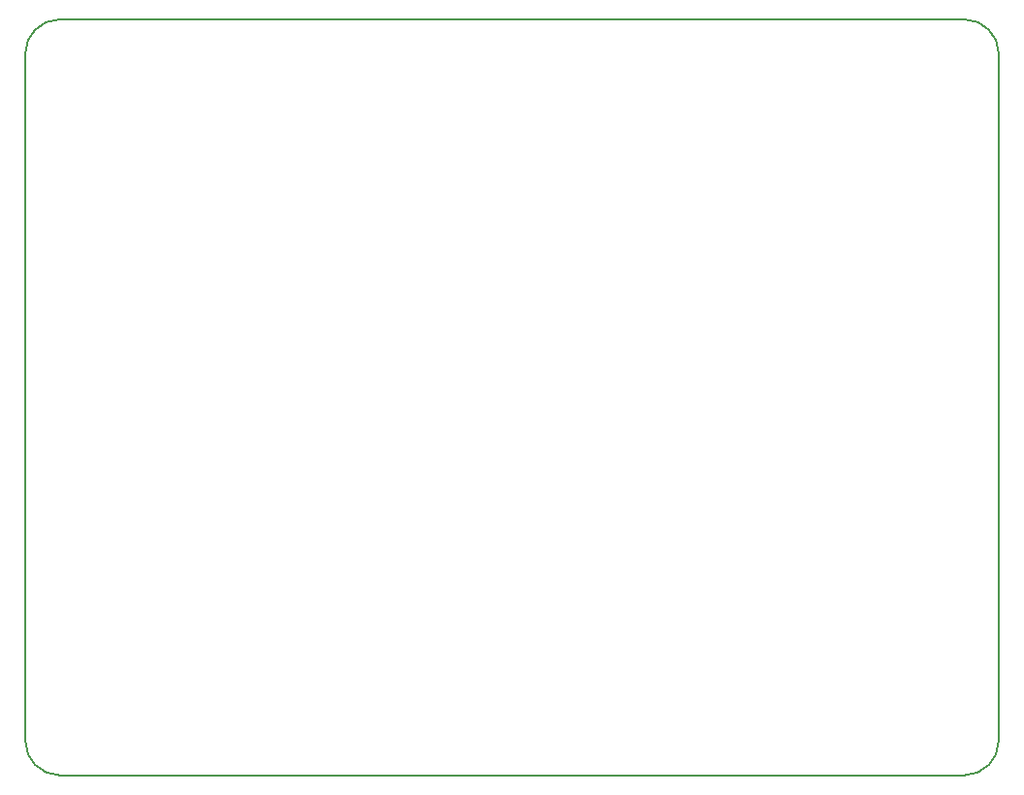
<source format=gbr>
%TF.GenerationSoftware,KiCad,Pcbnew,(5.1.4)-1*%
%TF.CreationDate,2019-10-26T20:50:12-05:00*%
%TF.ProjectId,BPSMinion,4250534d-696e-4696-9f6e-2e6b69636164,rev?*%
%TF.SameCoordinates,Original*%
%TF.FileFunction,Profile,NP*%
%FSLAX46Y46*%
G04 Gerber Fmt 4.6, Leading zero omitted, Abs format (unit mm)*
G04 Created by KiCad (PCBNEW (5.1.4)-1) date 2019-10-26 20:50:12*
%MOMM*%
%LPD*%
G04 APERTURE LIST*
%ADD10C,0.150000*%
G04 APERTURE END LIST*
D10*
X180000000Y-113000000D02*
X180000000Y-53000000D01*
X180000000Y-113000000D02*
G75*
G02X177000000Y-116000000I-3000000J0D01*
G01*
X98000000Y-116000000D02*
X177000000Y-116000000D01*
X177000000Y-50000000D02*
G75*
G02X180000000Y-53000000I0J-3000000D01*
G01*
X98000000Y-116000000D02*
G75*
G02X95000000Y-113000000I0J3000000D01*
G01*
X95000000Y-53000000D02*
G75*
G02X98000000Y-50000000I3000000J0D01*
G01*
X95000000Y-53000000D02*
X95000000Y-113000000D01*
X98000000Y-50000000D02*
X177000000Y-50000000D01*
M02*

</source>
